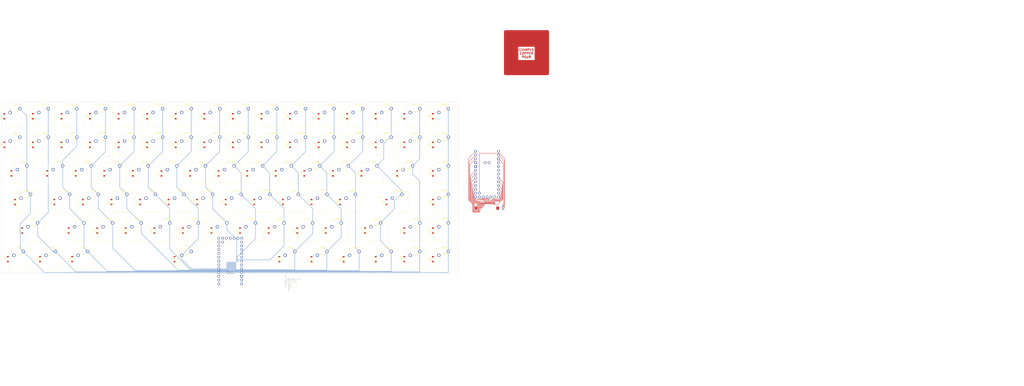
<source format=kicad_pcb>
(kicad_pcb (version 20211014) (generator pcbnew)
  (layers (0 "F.Cu" signal) (31 "B.Cu" signal) (34 "B.Paste" user) (35 "F.Paste" user) (36 "B.SilkS" user "B.Silkscreen") (37 "F.SilkS" user "F.Silkscreen") (38 "B.Mask" user) (39 "F.Mask" user) (44 "Edge.Cuts" user))
  (net 0 "")
  (net 1 "C13")
  (net 2 "C10")
  (net 3 "C12")
  (net 4 "C11")
  (net 5 "C2")
  (net 6 "C3")
  (net 7 "C4")
  (net 8 "C5")
  (net 9 "C6")
  (net 10 "C7")
  (net 11 "C8")
  (net 12 "C9")
  (net 13 "C15")
  (net 14 "C1")
  (net 15 "R1")
  (net 16 "Net-(D1-Pad2)")
  (net 17 "R2")
  (net 18 "Net-(D2-Pad2)")
  (net 19 "R3")
  (net 20 "Net-(D3-Pad2)")
  (net 21 "R4")
  (net 22 "R6")
  (net 23 "Net-(D6-Pad2)")
  (net 24 "R5")
  (net 25 "Net-(D8-Pad2)")
  (net 26 "Net-(D9-Pad2)")
  (net 27 "Net-(D10-Pad2)")
  (net 28 "Net-(D12-Pad2)")
  (net 29 "Net-(D14-Pad2)")
  (net 30 "Net-(D16-Pad2)")
  (net 31 "Net-(D18-Pad2)")
  (net 32 "Net-(D19-Pad2)")
  (net 33 "Net-(D20-Pad2)")
  (net 34 "Net-(D21-Pad2)")
  (net 35 "Net-(D22-Pad2)")
  (net 36 "Net-(D24-Pad2)")
  (net 37 "Net-(D27-Pad2)")
  (net 38 "Net-(D29-Pad2)")
  (net 39 "Net-(D30-Pad2)")
  (net 40 "Net-(D31-Pad2)")
  (net 41 "Net-(D32-Pad2)")
  (net 42 "Net-(D34-Pad2)")
  (net 43 "Net-(D35-Pad2)")
  (net 44 "Net-(D37-Pad2)")
  (net 45 "Net-(D38-Pad2)")
  (net 46 "Net-(D40-Pad2)")
  (net 47 "Net-(D41-Pad2)")
  (net 48 "Net-(D42-Pad2)")
  (net 49 "Net-(D43-Pad2)")
  (net 50 "Net-(D45-Pad2)")
  (net 51 "Net-(D46-Pad2)")
  (net 52 "Net-(D47-Pad2)")
  (net 53 "Net-(D48-Pad2)")
  (net 54 "Net-(D50-Pad2)")
  (net 55 "Net-(D51-Pad2)")
  (net 56 "Net-(D53-Pad2)")
  (net 57 "Net-(D55-Pad2)")
  (net 58 "Net-(D56-Pad2)")
  (net 59 "Net-(D58-Pad2)")
  (net 60 "Net-(D59-Pad2)")
  (net 61 "Net-(D61-Pad2)")
  (net 62 "Net-(D64-Pad2)")
  (net 63 "Net-(D65-Pad2)")
  (net 64 "Net-(D67-Pad2)")
  (net 65 "Net-(D69-Pad2)")
  (net 66 "Net-(D70-Pad2)")
  (net 67 "Net-(D71-Pad2)")
  (net 68 "Net-(D72-Pad2)")
  (net 69 "Net-(D73-Pad2)")
  (net 70 "Net-(D74-Pad2)")
  (net 71 "Net-(D75-Pad2)")
  (net 72 "Net-(D76-Pad2)")
  (net 73 "Net-(D77-Pad2)")
  (net 74 "Net-(D79-Pad2)")
  (net 75 "Net-(D80-Pad2)")
  (net 76 "Net-(D81-Pad2)")
  (net 77 "Net-(D82-Pad2)")
  (net 78 "Net-(D83-Pad2)")
  (net 79 "Net-(D84-Pad2)")
  (net 80 "Net-(D85-Pad2)")
  (net 81 "C16")
  (net 82 "C14")
  (net 83 "GP1")
  (net 84 "GP2")
  (net 85 "GND{slash}RGB-GND")
  (net 86 "5V{slash}RGB-Power")
  (net 87 "GP25{slash}RGB")
  (net 88 "GP10")
  (net 89 "GP0")
  (net 90 "GP3")
  (net 91 "GP4")
  (net 92 "GP5")
  (net 93 "GP6")
  (net 94 "GP7")
  (net 95 "GP8")
  (net 96 "GP9")
  (net 97 "GP12")
  (net 98 "GP13")
  (net 99 "GP14")
  (net 100 "GP15")
  (net 101 "GP16")
  (net 102 "GP21")
  (net 103 "GP23")
  (net 104 "GP20")
  (net 105 "GP22")
  (net 106 "GP26")
  (net 107 "GP27")
  (net 108 "Net-(D4-Pad2)")
  (net 109 "Net-(D5-Pad2)")
  (net 110 "Net-(D7-Pad2)")
  (net 111 "Net-(D11-Pad2)")
  (net 112 "Net-(D13-Pad2)")
  (net 113 "Net-(D15-Pad2)")
  (net 114 "Net-(D17-Pad2)")
  (net 115 "Net-(D23-Pad2)")
  (net 116 "Net-(D25-Pad2)")
  (net 117 "Net-(D26-Pad2)")
  (net 118 "Net-(D28-Pad2)")
  (net 119 "Net-(D33-Pad2)")
  (net 120 "Net-(D36-Pad2)")
  (net 121 "Net-(D39-Pad2)")
  (net 122 "Net-(D44-Pad2)")
  (net 123 "Net-(D49-Pad2)")
  (net 124 "Net-(D52-Pad2)")
  (net 125 "Net-(D54-Pad2)")
  (net 126 "Net-(D57-Pad2)")
  (net 127 "Net-(D60-Pad2)")
  (net 128 "Net-(D62-Pad2)")
  (net 129 "Net-(D63-Pad2)")
  (net 130 "Net-(D66-Pad2)")
  (net 131 "Net-(D68-Pad2)")
  (net 132 "Net-(D78-Pad2)")
  (net 135 "GP28")
  (net 136 "GP29")
  (net 139 "GP11")
  (footprint "Button_Switch_Keyboard:SW_Cherry_MX_1.00u_PCB" (layer "F.Cu") (at 95.885 110.49)
    (fp_text reference "SW16")
    (fp_text value "CherryMX")
  )
  (footprint "Diode_SMD:D_SOD-123" (layer "F.Cu") (at 80.8083 153.67 90)
    (fp_text reference "D14")
    (fp_text value "D_Small")
  )
  (footprint "Diode_SMD:D_SOD-123" (layer "F.Cu") (at 166.5279 134.62 90)
    (fp_text reference "D38")
    (fp_text value "D_Small")
  )
  (footprint "Diode_SMD:D_SOD-123" (layer "F.Cu") (at 247.4799 77.47 90)
    (fp_text reference "D61")
    (fp_text value "D_Small")
  )
  (footprint "Diode_SMD:D_SOD-123" (layer "F.Cu") (at 285.5829 172.72 90)
    (fp_text reference "D73")
    (fp_text value "D_Small")
  )
  (footprint "Button_Switch_Keyboard:SW_Cherry_MX_1.00u_PCB" (layer "F.Cu") (at 86.36 91.44)
    (fp_text reference "SW13")
    (fp_text value "CherryMX")
  )
  (footprint "Button_Switch_Keyboard:SW_Cherry_MX_1.00u_PCB" (layer "F.Cu") (at 314.96 167.64)
    (fp_text reference "SW79")
    (fp_text value "CherryMX")
  )
  (footprint "Diode_SMD:D_SOD-123" (layer "F.Cu") (at 261.7719 134.62 90)
    (fp_text reference "D65")
    (fp_text value "D_Small")
  )
  (footprint "Button_Switch_Keyboard:SW_Cherry_MX_1.00u_PCB" (layer "F.Cu") (at 148.2725 148.59)
    (fp_text reference "SW30")
    (fp_text value "CherryMX")
  )
  (footprint "Button_Switch_Keyboard:SW_Cherry_MX_1.00u_PCB" (layer "F.Cu") (at 162.56 91.44)
    (fp_text reference "SW34")
    (fp_text value "CherryMX")
  )
  (footprint "Diode_SMD:D_SOD-123" (layer "F.Cu") (at 147.4791 134.62 90)
    (fp_text reference "D32")
    (fp_text value "D_Small")
  )
  (footprint "Diode_SMD:D_SOD-123" (layer "F.Cu") (at 190.3335 77.47 90)
    (fp_text reference "D44")
    (fp_text value "D_Small")
  )
  (footprint "Diode_SMD:D_SOD-123" (layer "F.Cu") (at 142.7169 115.57 90)
    (fp_text reference "D31")
    (fp_text value "D_Small")
  )
  (footprint "Button_Switch_Keyboard:SW_Cherry_MX_1.00u_PCB" (layer "F.Cu") (at 253.0475 167.64)
    (fp_text reference "SW60")
    (fp_text value "CherryMX")
  )
  (footprint "Diode_SMD:D_SOD-123" (layer "F.Cu") (at 49.854 153.67 90)
    (fp_text reference "D6")
    (fp_text value "D_Small")
  )
  (footprint "Button_Switch_Keyboard:SW_Cherry_MX_1.00u_PCB" (layer "F.Cu") (at 67.31 72.39)
    (fp_text reference "SW7")
    (fp_text value "CherryMX")
  )
  (footprint "Button_Switch_Keyboard:SW_Cherry_MX_1.00u_PCB" (layer "F.Cu") (at 114.935 110.49)
    (fp_text reference "SW21")
    (fp_text value "CherryMX")
  )
  (footprint "Diode_SMD:D_SOD-123" (layer "F.Cu") (at 114.1383 77.47 90)
    (fp_text reference "D23")
    (fp_text value "D_Small")
  )
  (footprint "Button_Switch_Keyboard:SW_Cherry_MX_1.00u_PCB" (layer "F.Cu") (at 267.335 110.49)
    (fp_text reference "SW64")
    (fp_text value "CherryMX")
  )
  (footprint "Diode_SMD:D_SOD-123" (layer "F.Cu") (at 266.5287 77.47 90)
    (fp_text reference "D67")
    (fp_text value "D_Small")
  )
  (footprint "Diode_SMD:D_SOD-123" (layer "F.Cu") (at 278.4396 153.67 90)
    (fp_text reference "D70")
    (fp_text value "D_Small")
  )
  (footprint "Button_Switch_Keyboard:SW_Cherry_MX_1.25u_PCB" (layer "F.Cu") (at 274.47875 167.64)
    (fp_text reference "SW66")
    (fp_text value "CherryMX")
  )
  (footprint "Diode_SMD:D_SOD-123" (layer "F.Cu") (at 299.8695 115.57 90)
    (fp_text reference "D75")
    (fp_text value "D_Small")
  )
  (footprint "Diode_SMD:D_SOD-123" (layer "F.Cu") (at 157.0035 153.67 90)
    (fp_text reference "D36")
    (fp_text value "D_Small")
  )
  (footprint "Button_Switch_Keyboard:SW_Cherry_MX_1.00u_PCB" (layer "F.Cu") (at 334.01 148.59)
    (fp_text reference "SW84")
    (fp_text value "CherryMX")
  )
  (footprint "Diode_SMD:D_SOD-123" (layer "F.Cu") (at 195.1011 153.67 90)
    (fp_text reference "D46")
    (fp_text value "D_Small")
  )
  (footprint "Diode_SMD:D_SOD-123" (layer "F.Cu") (at 42.7107 115.57 90)
    (fp_text reference "D4")
    (fp_text value "D_Small")
  )
  (footprint "Button_Switch_Keyboard:SW_Cherry_MX_1.00u_PCB" (layer "F.Cu") (at 286.385 110.49)
    (fp_text reference "SW69")
    (fp_text value "CherryMX")
  )
  (footprint "Button_Switch_Keyboard:SW_Cherry_MX_1.00u_PCB" (layer "F.Cu") (at 205.4225 148.59)
    (fp_text reference "SW46")
    (fp_text value "CherryMX")
  )
  (footprint "Button_Switch_Keyboard:SW_Cherry_MX_1.00u_PCB" (layer "F.Cu") (at 48.26 72.39)
    (fp_text reference "SW1")
    (fp_text value "CherryMX")
  )
  (footprint "Button_Switch_Keyboard:SW_Cherry_MX_1.75u_PCB" (layer "F.Cu") (at 288.76625 148.59)
    (fp_text reference "SW70")
    (fp_text value "CherryMX")
  )
  (footprint "CherryMX:CherryMX_6.00u" (layer "F.Cu") (at 160.02 172.72)
    (fp_text reference "SW35")
    (fp_text value "CherryMX")
  )
  (footprint "Diode_SMD:D_SOD-123" (layer "F.Cu") (at 90.3327 134.62 90)
    (fp_text reference "D17")
    (fp_text value "D_Small")
  )
  (footprint "Diode_SMD:D_SOD-123" (layer "F.Cu") (at 61.7595 172.72 90)
    (fp_text reference "D9")
    (fp_text value "D_Small")
  )
  (footprint "Diode_SMD:D_SOD-123" (layer "F.Cu") (at 323.6805 96.52 90)
    (fp_text reference "D81")
    (fp_text value "D_Small")
  )
  (footprint "Button_Switch_Keyboard:SW_Cherry_MX_1.00u_PCB" (layer "F.Cu") (at 233.9975 129.54)
    (fp_text reference "SW54")
    (fp_text value "CherryMX")
  )
  (footprint "Diode_SMD:D_SOD-123" (layer "F.Cu") (at 118.9059 153.67 90)
    (fp_text reference "D25")
    (fp_text value "D_Small")
  )
  (footprint "Button_Switch_Keyboard:SW_Cherry_MX_1.00u_PCB" (layer "F.Cu") (at 334.01 129.54)
    (fp_text reference "SW83")
    (fp_text value "CherryMX")
  )
  (footprint "Button_Switch_Keyboard:SW_Cherry_MX_1.00u_PCB" (layer "F.Cu") (at 334.01 91.44)
    (fp_text reference "SW81")
    (fp_text value "CherryMX")
  )
  (footprint "Button_Switch_Keyboard:SW_Cherry_MX_1.00u_PCB" (layer "F.Cu") (at 86.36 72.39)
    (fp_text reference "SW12")
    (fp_text value "CherryMX")
  )
  (footprint "Button_Switch_Keyboard:SW_Cherry_MX_1.00u_PCB" (layer "F.Cu") (at 238.76 91.44)
    (fp_text reference "SW56")
    (fp_text value "CherryMX")
  )
  (footprint "Button_Switch_Keyboard:SW_Cherry_MX_1.00u_PCB" (layer "F.Cu") (at 81.5975 129.54)
    (fp_text reference "SW11")
    (fp_text value "CherryMX")
  )
  (footprint "Button_Switch_Keyboard:SW_Cherry_MX_1.00u_PCB" (layer "F.Cu") (at 272.0975 129.54)
    (fp_text reference "SW65")
    (fp_text value "CherryMX")
  )
  (footprint "Button_Switch_Keyboard:SW_Cherry_MX_1.00u_PCB" (layer "F.Cu") (at 162.56 72.39)
    (fp_text reference "SW33")
    (fp_text value "CherryMX")
  )
  (footprint "Button_Switch_Keyboard:SW_Cherry_MX_1.00u_PCB" (layer "F.Cu") (at 253.0475 129.54)
    (fp_text reference "SW59")
    (fp_text value "CherryMX")
  )
  (footprint "Button_Switch_Keyboard:SW_Cherry_MX_1.00u_PCB" (layer "F.Cu") (at 124.46 72.39)
    (fp_text reference "SW23")
    (fp_text value "CherryMX")
  )
  (footprint "Button_Switch_Keyboard:SW_Cherry_MX_1.00u_PCB" (layer "F.Cu") (at 172.085 110.49)
    (fp_text reference "SW37")
    (fp_text value "CherryMX")
  )
  (footprint "Button_Switch_Keyboard:SW_Cherry_MX_1.00u_PCB" (layer "F.Cu") (at 181.61 72.39)
    (fp_text reference "SW39")
    (fp_text value "CherryMX")
  )
  (footprint "Diode_SMD:D_SOD-123" (layer "F.Cu") (at 285.5829 96.52 90)
    (fp_text reference "D72")
    (fp_text value "D_Small")
  )
  (footprint "Diode_SMD:D_SOD-123" (layer "F.Cu") (at 85.5705 115.57 90)
    (fp_text reference "D16")
    (fp_text value "D_Small")
  )
  (footprint "Button_Switch_Keyboard:SW_Cherry_MX_1.00u_PCB" (layer "F.Cu") (at 91.1225 148.59)
    (fp_text reference "SW14")
    (fp_text value "CherryMX")
  )
  (footprint "Button_Switch_Keyboard:SW_Cherry_MX_1.00u_PCB" (layer "F.Cu") (at 110.1725 148.59)
    (fp_text reference "SW20")
    (fp_text value "CherryMX")
  )
  (footprint "Diode_SMD:D_SOD-123" (layer "F.Cu") (at 76.0407 77.47 90)
    (fp_text reference "D12")
    (fp_text value "D_Small")
  )
  (footprint "Diode_SMD:D_SOD-123" (layer "F.Cu") (at 304.6317 172.72 90)
    (fp_text reference "D79")
    (fp_text value "D_Small")
  )
  (footprint "Button_Switch_Keyboard:SW_Cherry_MX_1.00u_PCB" (layer "F.Cu") (at 105.41 91.44)
    (fp_text reference "SW19")
    (fp_text value "CherryMX")
  )
  (footprint "Diode_SMD:D_SOD-123" (layer "F.Cu") (at 180.8145 115.57 90)
    (fp_text reference "D42")
    (fp_text value "D_Small")
  )
  (footprint "Diode_SMD:D_SOD-123" (layer "F.Cu") (at 228.4311 77.47 90)
    (fp_text reference "D55")
    (fp_text value "D_Small")
  )
  (footprint "Button_Switch_Keyboard:SW_Cherry_MX_2.25u_PCB" (layer "F.Cu") (at 60.16625 148.59)
    (fp_text reference "SW6")
    (fp_text value "CherryMX")
  )
  (footprint "Button_Switch_Keyboard:SW_Cherry_MX_1.75u_PCB" (layer "F.Cu") (at 55.40375 129.54)
    (fp_text reference "SW5")
    (fp_text value "CherryMX")
  )
  (footprint "Diode_SMD:D_SOD-123" (layer "F.Cu") (at 214.1499 153.67 90)
    (fp_text reference "D51")
    (fp_text value "D_Small")
  )
  (footprint "Diode_SMD:D_SOD-123" (layer "F.Cu") (at 223.6743 134.62 90)
    (fp_text reference "D54")
    (fp_text value "D_Small")
  )
  (footprint "Button_Switch_Keyboard:SW_Cherry_MX_1.00u_PCB" (layer "F.Cu") (at 314.96 72.39)
    (fp_text reference "SW76")
    (fp_text value "CherryMX")
  )
  (footprint "Button_Switch_Keyboard:SW_Cherry_MX_1.00u_PCB" (layer "F.Cu") (at 67.31 91.44)
    (fp_text reference "SW8")
    (fp_text value "CherryMX")
  )
  (footprint "Diode_SMD:D_SOD-123" (layer "F.Cu") (at 152.2413 96.52 90)
    (fp_text reference "D35")
    (fp_text value "D_Small")
  )
  (footprint "Diode_SMD:D_SOD-123" (layer "F.Cu") (at 304.6263 77.47 90)
    (fp_text reference "D76")
    (fp_text value "D_Small")
  )
  (footprint "Button_Switch_Keyboard:SW_Cherry_MX_1.00u_PCB" (layer "F.Cu") (at 295.91 91.44)
    (fp_text reference "SW72")
    (fp_text value "CherryMX")
  )
  (footprint "Button_Switch_Keyboard:SW_Cherry_MX_1.25u_PCB" (layer "F.Cu") (at 50.64125 167.64)
    (fp_text reference "SW3")
    (fp_text value "CherryMX")
  )
  (footprint "Button_Switch_Keyboard:SW_Cherry_MX_1.50u_PCB" (layer "F.Cu") (at 310.1975 110.49)
    (fp_text reference "SW75")
    (fp_text value "CherryMX")
  )
  (footprint "Button_Switch_Keyboard:SW_Cherry_MX_1.00u_PCB" (layer "F.Cu") (at 257.81 72.39)
    (fp_text reference "SW61")
    (fp_text value "CherryMX")
  )
  (footprint "Diode_SMD:D_SOD-123" (layer "F.Cu") (at 37.9431 77.47 90)
    (fp_text reference "D1")
    (fp_text value "D_Small")
  )
  (footprint "Button_Switch_Keyboard:SW_Cherry_MX_1.00u_PCB" (layer "F.Cu") (at 124.46 91.44)
    (fp_text reference "SW24")
    (fp_text value "CherryMX")
  )
  (footprint "Button_Switch_Keyboard:SW_Cherry_MX_1.00u_PCB" (layer "F.Cu") (at 181.61 91.44)
    (fp_text reference "SW40")
    (fp_text value "CherryMX")
  )
  (footprint "Diode_SMD:D_SOD-123" (layer "F.Cu") (at 199.8633 115.57 90)
    (fp_text reference "D47")
    (fp_text value "D_Small")
  )
  (footprint "Diode_SMD:D_SOD-123" (layer "F.Cu") (at 171.2847 77.47 90)
    (fp_text reference "D39")
    (fp_text value "D_Small")
  )
  (footprint "Diode_SMD:D_SOD-123" (layer "F.Cu") (at 218.9121 115.57 90)
    (fp_text reference "D52")
    (fp_text value "D_Small")
  )
  (footprint "Button_Switch_Keyboard:SW_Cherry_MX_1.00u_PCB" (layer "F.Cu") (at 195.8975 129.54)
    (fp_text reference "SW43")
    (fp_text value "CherryMX")
  )
  (footprint "Diode_SMD:D_SOD-123" (layer "F.Cu") (at 123.6681 115.57 90)
    (fp_text reference "D26")
    (fp_text value "D_Small")
  )
  (footprint "Diode_SMD:D_SOD-123" (layer "F.Cu") (at 209.3877 96.52 90)
    (fp_text reference "D50")
    (fp_text value "D_Small")
  )
  (footprint "Button_Switch_Keyboard:SW_Cherry_MX_1.00u_PCB" (layer "F.Cu") (at 334.01 110.49)
    (fp_text reference "SW82")
    (fp_text value "CherryMX")
  )
  (footprint "Diode_SMD:D_SOD-123" (layer "F.Cu") (at 152.2359 77.47 90)
    (fp_text reference "D34")
    (fp_text value "D_Small")
  )
  (footprint "Diode_SMD:D_SOD-123" (layer "F.Cu") (at 276.0585 115.57 90)
    (fp_text reference "D69")
    (fp_text value "D_Small")
  )
  (footprint "Connector_FFC-FPC:Hirose_FH12-22S-0.5SH_1x22-1MP_P0.50mm_Horizontal" (layer "F.Cu") (at 359.7159 137.284)
    (fp_text reference "J1")
    (fp_text value "Conn_01x22_Male")
  )
  (footprint "0xCB-HeliosFootprint:helios" (layer "F.Cu") (at 359.791 117.2972)
    (fp_text reference "J4")
    (fp_text value "helios")
  )
  (footprint "Diode_SMD:D_SOD-123" (layer "F.Cu") (at 323.6751 77.47 90)
    (fp_text reference "D80")
    (fp_text value "D_Small")
  )
  (footprint "Diode_SMD:D_SOD-123" (layer "F.Cu") (at 95.0949 96.52 90)
    (fp_text reference "D19")
    (fp_text value "D_Small")
  )
  (footprint "Diode_SMD:D_SOD-123" (layer "F.Cu") (at 95.0895 77.47 90)
    (fp_text reference "D18")
    (fp_text value "D_Small")
  )
  (footprint "Diode_SMD:D_SOD-123" (layer "F.Cu") (at 161.7657 115.57 90)
    (fp_text reference "D37")
    (fp_text value "D_Small")
  )
  (footprint "Button_Switch_Keyboard:SW_Cherry_MX_1.00u_PCB" (layer "F.Cu") (at 105.41 72.39)
    (fp_text reference "SW18")
    (fp_text value "CherryMX")
  )
  (footprint "Button_Switch_Keyboard:SW_Cherry_MX_1.00u_PCB" (layer "F.Cu") (at 100.6475 129.54)
    (fp_text reference "SW17")
    (fp_text value "CherryMX")
  )
  (footprint "Connector_PinSocket_1.27mm:PinSocket_1x03_P1.27mm_Vertical" (layer "F.Cu") (at 370.3589 137.03)
    (fp_text reference "J3")
    (fp_text value "Conn_01x03_Male")
  )
  (footprint "Button_Switch_Keyboard:SW_Cherry_MX_1.00u_PCB" (layer "F.Cu") (at 334.01 167.64)
    (fp_text reference "SW85")
    (fp_text value "CherryMX")
  )
  (footprint "Button_Switch_Keyboard:SW_Cherry_MX_1.00u_PCB" (layer "F.Cu") (at 276.86 72.39)
    (fp_text reference "SW67")
    (fp_text value "CherryMX")
  )
  (footprint "Button_Switch_Keyboard:SW_Cherry_MX_1.00u_PCB" (layer "F.Cu") (at 224.4725 148.59)
    (fp_text reference "SW51")
    (fp_text value "CherryMX")
  )
  (footprint "Diode_SMD:D_SOD-123" (layer "F.Cu") (at 185.5767 134.62 90)
    (fp_text reference "D43")
    (fp_text value "D_Small")
  )
  (footprint "Diode_SMD:D_SOD-123" (layer "F.Cu") (at 285.5775 77.47 90)
    (fp_text reference "D71")
    (fp_text value "D_Small")
  )
  (footprint "Button_Switch_Keyboard:SW_Cherry_MX_1.00u_PCB" (layer "F.Cu") (at 157.7975 129.54)
    (fp_text reference "SW32")
    (fp_text value "CherryMX")
  )
  (footprint "Button_Switch_Keyboard:SW_Cherry_MX_1.00u_PCB" (layer "F.Cu") (at 257.81 91.44)
    (fp_text reference "SW62")
    (fp_text value "CherryMX")
  )
  (footprint "Diode_SMD:D_SOD-123" (layer "F.Cu") (at 71.2839 134.62 90)
    (fp_text reference "D11")
    (fp_text value "D_Small")
  )
  (footprint "Diode_SMD:D_SOD-123" (layer "F.Cu") (at 76.0461 96.52 90)
    (fp_text reference "D13")
    (fp_text value "D_Small")
  )
  (footprint "Button_Switch_Keyboard:SW_Cherry_MX_1.00u_PCB" (layer "F.Cu") (at 214.9475 129.54)
    (fp_text reference "SW48")
    (fp_text value "CherryMX")
  )
  (footprint "Diode_SMD:D_SOD-123" (layer "F.Cu") (at 40.3296 172.72 90)
    (fp_text reference "D3")
    (fp_text value "D_Small")
  )
  (footprint "Button_Switch_Keyboard:SW_Cherry_MX_1.00u_PCB" (layer "F.Cu") (at 229.235 110.49)
    (fp_text reference "SW52")
    (fp_text value "CherryMX")
  )
  (footprint "Diode_SMD:D_SOD-123" (layer "F.Cu") (at 171.2901 96.52 90)
    (fp_text reference "D40")
    (fp_text value "D_Small")
  )
  (footprint "Button_Switch_Keyboard:SW_Cherry_MX_1.50u_PCB" (layer "F.Cu") (at 53.0225 110.49)
    (fp_text reference "SW4")
    (fp_text value "CherryMX")
  )
  (footprint "Diode_SMD:D_SOD-123" (layer "F.Cu") (at 204.6255 134.62 90)
    (fp_text reference "D48")
    (fp_text value "D_Small")
  )
  (footprint "Diode_SMD:D_SOD-123" (layer "F.Cu") (at 114.1437 96.52 90)
    (fp_text reference "D24")
    (fp_text value "D_Small")
  )
  (footprint "Button_Switch_Keyboard:SW_Cherry_MX_1.25u_PCB" (layer "F.Cu") (at 93.50375 167.64)
    (fp_text reference "SW15")
    (fp_text value "CherryMX")
  )
  (footprint "Diode_SMD:D_SOD-123" (layer "F.Cu") (at 99.8571 153.67 90)
    (fp_text reference "D20")
    (fp_text value "D_Small")
  )
  (footprint "Diode_SMD:D_SOD-123" (layer "F.Cu") (at 128.4303 134.62 90)
    (fp_text reference "D27")
    (fp_text value "D_Small")
  )
  (footprint "Button_Switch_Keyboard:SW_Cherry_MX_1.25u_PCB" (layer "F.Cu") (at 231.61625 167.64)
    (fp_text reference "SW53")
    (fp_text value "CherryMX")
  )
  (footprint "Button_Switch_Keyboard:SW_Cherry_MX_1.00u_PCB" (layer "F.Cu") (at 219.71 91.44)
    (fp_text reference "SW50")
    (fp_text value "CherryMX")
  )
  (footprint "Diode_SMD:D_SOD-123" (layer "F.Cu") (at 237.9609 115.57 90)
    (fp_text reference "D58")
    (fp_text value "D_Small")
  )
  (footprint "Button_Switch_Keyboard:SW_Cherry_MX_1.00u_PCB" (layer "F.Cu") (at 143.51 72.39)
    (fp_text reference "SW28")
    (fp_text value "CherryMX")
  )
  (footprint "Diode_SMD:D_SOD-123" (layer "F.Cu") (at 137.9547 153.67 90)
    (fp_text reference "D30")
    (fp_text value "D_Small")
  )
  (footprint "Button_Switch_Keyboard:SW_Cherry_MX_1.00u_PCB" (layer "F.Cu") (at 243.5225 148.59)
    (fp_text reference "SW57")
    (fp_text value "CherryMX")
  )
  (footprint "Button_Switch_Keyboard:SW_Cherry_MX_1.00u_PCB" (layer "F.Cu") (at 314.96 148.59)
    (fp_text reference "SW78")
    (fp_text value "CherryMX")
  )
  (footprint "Diode_SMD:D_SOD-123" (layer "F.Cu") (at 323.6805 115.57 90)
    (fp_text reference "D82")
    (fp_text value "D_Small")
  )
  (footprint "Diode_SMD:D_SOD-123" (layer "F.Cu") (at 37.9485 96.52 90)
    (fp_text reference "D2")
    (fp_text value "D_Small")
  )
  (footprint "Diode_SMD:D_SOD-123" (layer "F.Cu") (at 104.6193 115.57 90)
    (fp_text reference "D21")
    (fp_text value "D_Small")
  )
  (footprint "Diode_SMD:D_SOD-123" (layer "F.Cu") (at 133.1871 77.47 90)
    (fp_text reference "D28")
    (fp_text value "D_Small")
  )
  (footprint "Diode_SMD:D_SOD-123" (layer "F.Cu") (at 257.0097 115.57 90)
    (fp_text reference "D64")
    (fp_text value "D_Small")
  )
  (footprint "Button_Switch_Keyboard:SW_Cherry_MX_1.00u_PCB" (layer "F.Cu") (at 295.91 167.64)
    (fp_text reference "SW73")
    (fp_text value "CherryMX")
  )
  (footprint "Diode_SMD:D_SOD-123" (layer "F.Cu") (at 151.4476 172.72 90)
    (fp_text reference "D33")
    (fp_text value "D_Small")
  )
  (footprint "Button_Switch_Keyboard:SW_Cherry_MX_1.00u_PCB" (layer "F.Cu") (at 153.035 110.49)
    (fp_text reference "SW31")
    (fp_text value "CherryMX")
  )
  (footprint "Button_Switch_Keyboard:SW_Cherry_MX_1.00u_PCB" (layer "F.Cu") (at 76.835 110.49)
    (fp_text reference "SW10")
    (fp_text value "CherryMX")
  )
  (footprint "Diode_SMD:D_SOD-123" (layer "F.Cu") (at 228.4365 96.52 90)
    (fp_text reference "D56")
    (fp_text value "D_Small")
  )
  (footprint "Button_Switch_Keyboard:SW_Cherry_MX_1.00u_PCB" (layer "F.Cu") (at 129.2225 148.59)
    (fp_text reference "SW25")
    (fp_text value "CherryMX")
  )
  (footprint "Diode_SMD:D_SOD-123" (layer "F.Cu") (at 233.1987 153.67 90)
    (fp_text reference "D57")
    (fp_text value "D_Small")
  )
  (footprint "Diode_SMD:D_SOD-123" (layer "F.Cu") (at 252.2475 153.67 90)
    (fp_text reference "D63")
    (fp_text value "D_Small")
  )
  (footprint "Button_Switch_Keyboard:SW_Cherry_MX_1.00u_PCB" (layer "F.Cu") (at 295.91 72.39)
    (fp_text reference "SW71")
    (fp_text value "CherryMX")
  )
  (footprint "Diode_SMD:D_SOD-123" (layer "F.Cu") (at 323.6805 134.62 90)
    (fp_text reference "D83")
    (fp_text value "D_Small")
  )
  (footprint "Diode_SMD:D_SOD-123" (layer "F.Cu") (at 266.5341 96.52 90)
    (fp_text reference "D68")
    (fp_text value "D_Small")
  )
  (footprint "Button_Switch_Keyboard:SW_Cherry_MX_1.00u_PCB" (layer "F.Cu") (at 48.26 91.44)
    (fp_text reference "SW2")
    (fp_text value "CherryMX")
  )
  (footprint "Diode_SMD:D_SOD-123" (layer "F.Cu") (at 323.6805 153.67 90)
    (fp_text reference "D84")
    (fp_text value "D_Small")
  )
  (footprint "Button_Switch_Keyboard:SW_Cherry_MX_1.00u_PCB" (layer "F.Cu") (at 176.8475 129.54)
    (fp_text reference "SW38")
    (fp_text value "CherryMX")
  )
  (footprint "Button_Switch_Keyboard:SW_Cherry_MX_1.00u_PCB" (layer "F.Cu") (at 191.135 110.49)
    (fp_text reference "SW42")
    (fp_text value "CherryMX")
  )
  (footprint "Button_Switch_Keyboard:SW_Cherry_MX_2.25u_PCB" (layer "F.Cu") (at 303.05375 129.54)
    (fp_text reference "SW74")
    (fp_text value "CherryMX")
  )
  (footprint "Button_Switch_Keyboard:SW_Cherry_MX_1.00u_PCB" (layer "F.Cu") (at 314.96 91.44)
    (fp_text reference "SW77")
    (fp_text value "CherryMX")
  )
  (footprint "Diode_SMD:D_SOD-123" (layer "F.Cu") (at 247.4853 96.52 90)
    (fp_text reference "D62")
    (fp_text value "D_Small")
  )
  (footprint "Diode_SMD:D_SOD-123" (layer "F.Cu") (at 190.3389 96.52 90)
    (fp_text reference "D45")
    (fp_text value "D_Small")
  )
  (footprint "Button_Switch_Keyboard:SW_Cherry_MX_1.00u_PCB" (layer "F.Cu") (at 262.5725 148.59)
    (fp_text reference "SW63")
    (fp_text value "CherryMX")
  )
  (footprint "Button_Switch_Keyboard:SW_Cherry_MX_1.00u_PCB" (layer "F.Cu") (at 334.01 72.39)
    (fp_text reference "SW80")
    (fp_text value "CherryMX")
  )
  (footprint "Diode_SMD:D_SOD-123" (layer "F.Cu") (at 264.153 172.72 90)
    (fp_text reference "D66")
    (fp_text value "D_Small")
  )
  (footprint "Diode_SMD:D_SOD-123" (layer "F.Cu") (at 66.5217 115.57 90)
    (fp_text reference "D10")
    (fp_text value "D_Small")
  )
  (footprint "Diode_SMD:D_SOD-123" (layer "F.Cu") (at 56.9973 96.52 90)
    (fp_text reference "D8")
    (fp_text value "D_Small")
  )
  (footprint "Diode_SMD:D_SOD-123" (layer "F.Cu") (at 109.3815 134.62 90)
    (fp_text reference "D22")
    (fp_text value "D_Small")
  )
  (footprint "Diode_SMD:D_SOD-123" (layer "F.Cu") (at 176.0523 153.67 90)
    (fp_text reference "D41")
    (fp_text value "D_Small")
  )
  (footprint "Diode_SMD:D_SOD-123" (layer "F.Cu") (at 133.1925 96.52 90)
    (fp_text reference "D29")
    (fp_text value "D_Small")
  )
  (footprint "Button_Switch_Keyboard:SW_Cherry_MX_1.00u_PCB" (layer "F.Cu") (at 186.3725 148.59)
    (fp_text reference "SW41")
    (fp_text value "CherryMX")
  )
  (footprint "Button_Switch_Keyboard:SW_Cherry_MX_1.00u_PCB" (layer "F.Cu") (at 276.86 91.44)
    (fp_text reference "SW68")
    (fp_text value "CherryMX")
  )
  (footprint "Diode_SMD:D_SOD-123" (layer "F.Cu") (at 304.6317 96.52 90)
    (fp_text reference "D77")
    (fp_text value "D_Small")
  )
  (footprint "Button_Switch_Keyboard:SW_Cherry_MX_1.00u_PCB" (layer "F.Cu") (at 200.66 91.44)
    (fp_text reference "SW45")
    (fp_text value "CherryMX")
  )
  (footprint "Button_Switch_Keyboard:SW_Cherry_MX_1.00u_PCB" (layer "F.Cu") (at 248.285 110.49)
    (fp_text reference "SW58")
    (fp_text value "CherryMX")
  )
  (footprint "Button_Switch_Keyboard:SW_Cherry_MX_1.00u_PCB" (layer "F.Cu") (at 119.6975 129.54)
    (fp_text reference "SW22")
    (fp_text value "CherryMX")
  )
  (footprint "Diode_SMD:D_SOD-123" (layer "F.Cu") (at 304.6317 153.67 90)
    (fp_text reference "D78")
    (fp_text value "D_Small")
  )
  (footprint "Diode_SMD:D_SOD-123" (layer "F.Cu") (at 83.1894 172.72 90)
    (fp_text reference "D15")
    (fp_text value "D_Small")
  )
  (footprint "Button_Switch_Keyboard:SW_Cherry_MX_1.00u_PCB" (layer "F.Cu") (at 133.985 110.49)
    (fp_text reference "SW26")
    (fp_text value "CherryMX")
  )
  (footprint "Button_Switch_Keyboard:SW_Cherry_MX_1.00u_PCB" (layer "F.Cu") (at 210.185 110.49)
    (fp_text reference "SW47")
    (fp_text value "CherryMX")
  )
  (footprint "Button_Switch_Keyboard:SW_Cherry_MX_1.00u_PCB" (layer "F.Cu") (at 167.3225 148.59)
    (fp_text reference "SW36")
    (fp_text value "CherryMX")
  )
  (footprint "Diode_SMD:D_SOD-123" (layer "F.Cu") (at 242.7231 134.62 90)
    (fp_text reference "D59")
    (fp_text value "D_Small")
  )
  (footprint "Button_Switch_Keyboard:SW_Cherry_MX_1.00u_PCB" (layer "F.Cu") (at 138.7475 129.54)
    (fp_text reference "SW27")
    (fp_text value "CherryMX")
  )
  (footprint "Diode_SMD:D_SOD-123" (layer "F.Cu") (at 221.2932 172.72 90)
    (fp_text reference "D53")
    (fp_text value "D_Small")
  )
  (footprint "Diode_SMD:D_SOD-123" (layer "F.Cu") (at 323.6805 172.72 90)
    (fp_text reference "D85")
    (fp_text value "D_Small")
  )
  (footprint "Button_Switch_Keyboard:SW_Cherry_MX_1.00u_PCB" (layer "F.Cu") (at 238.76 72.39)
    (fp_text reference "SW55")
    (fp_text value "CherryMX")
  )
  (footprint "Diode_SMD:D_SOD-123" (layer "F.Cu") (at 45.0918 134.62 90)
    (fp_text reference "D5")
    (fp_text value "D_Small")
  )
  (footprint "Diode_SMD:D_SOD-123" (layer "F.Cu") (at 209.3823 77.47 90)
    (fp_text reference "D49")
    (fp_text value "D_Small")
  )
  (footprint "Button_Switch_Keyboard:SW_Cherry_MX_1.00u_PCB" (layer "F.Cu") (at 72.0725 167.64)
    (fp_text reference "SW9")
    (fp_text value "CherryMX")
  )
  (footprint "Diode_SMD:D_SOD-123" (layer "F.Cu") (at 242.7231 172.72 90)
    (fp_text reference "D60")
    (fp_text value "D_Small")
  )
  (footprint "Button_Switch_Keyboard:SW_Cherry_MX_1.00u_PCB" (layer "F.Cu") (at 200.66 72.39)
    (fp_text reference "SW44")
    (fp_text value "CherryMX")
  )
  (footprint "Diode_SMD:D_SOD-123" (layer "F.Cu") (at 56.9919 77.47 90)
    (fp_text reference "D7")
    (fp_text value "D_Small")
  )
  (footprint "Diode_SMD:D_SOD-123" (layer "F.Cu") (at 292.7262 134.62 90)
    (fp_text reference "D74")
    (fp_text value "D_Small")
  )
  (footprint "Button_Switch_Keyboard:SW_Cherry_MX_1.00u_PCB" (layer "F.Cu") (at 219.71 72.39)
    (fp_text reference "SW49")
    (fp_text value "CherryMX")
  )
  (footprint "Button_Switch_Keyboard:SW_Cherry_MX_1.00u_PCB" (layer "F.Cu") (at 143.51 91.44)
    (fp_text reference "SW29")
    (fp_text value "CherryMX")
  )
  (footprint "0xCB-HeliosFootprint:helios" (layer "B.Cu") (at 188.595 172.7352)
    (fp_text reference "J2")
    (fp_text value "Conn_01x22_Female")
  )
  (gr_rect (start 227.47625 175.22) (end 230.67625 178.02) (layer "Edge.Cuts") (width 0.1) (fill none))
  (gr_rect (start 36.2038 67.9519) (end 340.9838 182.2419) (layer "Edge.Cuts") (width 0.1) (fill none))
  (gr_line (start 229.07625 175.22) (end 229.07625 172.72) (layer "Edge.Cuts") (width 0.1))
  (gr_rect (start 229.5438 188.6019) (end 232.7438 191.4019) (layer "Edge.Cuts") (width 0.1) (fill none))
  (gr_line (start 231.1438 188.6019) (end 231.1438 186.1019) (layer "Edge.Cuts") (width 0.1))
  (gr_text "EXAMPLE\nCOPPER\nPOUR" (at 386.08 35.56) (layer "F.Cu") (effects (font (size 1.5 1.5) (thickness 0.3))))
  (gr_text "./>" (at 241.046 150.368) (layer "F.SilkS") (effects (font (size 1 1))))
  (gr_text "U" (at 188.722 112.268) (layer "F.SilkS") (effects (font (size 1 1))))
  (gr_text "I" (at 207.772 112.268) (layer "F.SilkS") (effects (font (size 1 1))))
  (gr_text "R" (at 131.572 112.268) (layer "F.SilkS") (effects (font (size 1 1))))
  (gr_text "End" (at 331.47 150.368) (layer "F.SilkS") (effects (font (size 1 1))))
  (gr_text "esc" (at 364.744 131.318) (layer "F.SilkS") (effects (font (size 1 1))))
  (gr_text "D" (at 117.094 131.318) (layer "F.SilkS") (effects (font (size 1 1))))
  (gr_text "F2" (at 83.82 74.168) (layer "F.SilkS") (effects (font (size 1 1))))
  (gr_text "9/(" (at 217.17 93.218) (layer "F.SilkS") (effects (font (size 1 1))))
  (gr_text "F10" (at 236.22 74.168) (layer "F.SilkS") (effects (font (size 1 1))))
  (gr_text "Tab" (at 50.546 112.268) (layer "F.SilkS") (effects (font (size 1 1))))
  (gr_text "K" (at 212.344 131.318) (layer "F.SilkS") (effects (font (size 1 1))))
  (gr_text "Esc" (at 45.72 74.168) (layer "F.SilkS") (effects (font (size 1 1))))
  (gr_text "Home" (at 331.47 93.218) (layer "F.SilkS") (effects (font (size 1 1))))
  (gr_text "V" (at 145.796 150.368) (layer "F.SilkS") (effects (font (size 1 1))))
  (gr_text "A" (at 78.994 131.318) (layer "F.SilkS") (effects (font (size 1 1))))
  (gr_text "Right" (at 331.47 169.418) (layer "F.SilkS") (effects (font (size 1 1))))
  (gr_text "Z" (at 88.646 150.368) (layer "F.SilkS") (effects (font (size 1 1))))
  (gr_text ";/:" (at 250.444 131.318) (layer "F.SilkS") (effects (font (size 1 1))))
  (gr_text "PrtSc" (at 293.37 74.168) (layer "F.SilkS") (effects (font (size 1 1))))
  (gr_text "W" (at 93.472 112.268) (layer "F.SilkS") (effects (font (size 1 1))))
  (gr_text "3/#" (at 102.87 93.218) (layer "F.SilkS") (effects (font (size 1 1))))
  (gr_text "=/+" (at 274.32 93.218) (layer "F.SilkS") (effects (font (size 1 1))))
  (gr_text "2/@" (at 83.82 93.218) (layer "F.SilkS") (effects (font (size 1 1))))
  (gr_text "esc" (at 307.594 131.318) (layer "F.SilkS") (effects (font (size 1 1))))
  (gr_text "Del" (at 331.47 74.168) (layer "F.SilkS") (effects (font (size 1 1))))
  (gr_text "esc" (at 326.644 131.318) (layer "F.SilkS") (effects (font (size 1 1))))
  (gr_text "7/&" (at 179.07 93.218) (layer "F.SilkS") (effects (font (size 1 1))))
  (gr_text "F5" (at 140.97 74.168) (layer "F.SilkS") (effects (font (size 1 1))))
  (gr_text "Alt" (at 90.932 169.418) (layer "F.SilkS") (effects (font (size 1 1))))
  (gr_text "Fn" (at 271.78 169.418) (layer "F.SilkS") (effects (font (size 1 1))))
  (gr_text "Enter" (at 300.482 131.318) (layer "F.SilkS") (effects (font (size 1 1))))
  (gr_text "H" (at 174.244 131.318) (layer "F.SilkS") (effects (font (size 1 1))))
  (gr_text "Shift" (at 286.258 150.368) (layer "F.SilkS") (effects (font (size 1 1))))
  (gr_text "Shift" (at 57.658 150.368) (layer "F.SilkS") (effects (font (size 1 1))))
  (gr_text "'/{dblquote}" (at 269.494 131.318) (layer "F.SilkS") (effects (font (size 1 1))))
  (gr_text "C" (at 126.746 150.368) (layer "F.SilkS") (effects (font (size 1 1))))
  (gr_text "Caps" (at 52.832 131.318) (layer "F.SilkS") (effects (font (size 1 1))))
  (gr_text "Back" (at 307.594 112.268) (layer "F.SilkS") (effects (font (size 1 1))))
  (gr_text "4/$" (at 121.92 93.218) (layer "F.SilkS") (effects (font (size 1 1))))
  (gr_text "X" (at 107.696 150.368) (layer "F.SilkS") (effects (font (size 1 1))))
  (gr_text "//?" (at 260.096 150.368) (layer "F.SilkS") (effects (font (size 1 1))))
  (gr_text "L" (at 231.394 131.318) (layer "F.SilkS") (effects (font (size 1 1))))
  (gr_text "F1" (at 64.77 74.168) (layer "F.SilkS") (effects (font (size 1 1))))
  (gr_text "6/^" (at 160.02 93.218) (layer "F.SilkS") (effects (font (size 1 1))))
  (gr_text "Space" (at 160.02 169.418) (layer "F.SilkS") (effects (font (size 1 1))))
  (gr_text ",/<" (at 221.996 150.368) (layer "F.SilkS") (effects (font (size 1 1))))
  (gr_text "5/%" (at 140.97 93.218) (layer "F.SilkS") (effects (font (size 1 1))))
  (gr_text "PgDn" (at 331.47 131.318) (layer "F.SilkS") (effects (font (size 1 1))))
  (gr_text "Ctrl" (at 48.006 169.418) (layer "F.SilkS") (effects (font (size 1 1))))
  (gr_text "F9" (at 217.17 74.168) (layer "F.SilkS") (effects (font (size 1 1))))
  (gr_text "M" (at 202.946 150.368) (layer "F.SilkS") (effects (font (size 1 1))))
  (gr_text "Q" (at 74.422 112.268) (layer "F.SilkS") (effects (font (size 1 1))))
  (gr_text "S" (at 98.044 131.318) (layer "F.SilkS") (effects (font (size 1 1))))
  (gr_text "Y" (at 169.672 112.268) (layer "F.SilkS") (effects (font (size 1 1))))
  (gr_text "1" (at 64.77 93.218) (layer "F.SilkS") (effects (font (size 1 1))))
  (gr_text "-/_" (at 255.27 93.218) (layer "F.SilkS") (effects (font (size 1 1))))
  (gr_text "esc" (at 322.072 112.268) (layer "F.SilkS") (effects (font (size 1 1))))
  (gr_text "[/{" (at 264.922 112.268) (layer "F.SilkS") (effects (font (size 1 1))))
  (gr_text "Super" (at 69.596 169.418) (layer "F.SilkS") (effects (font (size 1 1))))
  (gr_text "PgUp" (at 331.47 112.268) (layer "F.SilkS") (effects (font (size 1 1))))
  (gr_text "E" (at 112.522 112.268) (layer "F.SilkS") (effects (font (size 1 1))))
  (gr_text "F8" (at 198.12 74.168) (layer "F.SilkS") (effects (font (size 1 1))))
  (gr_text "Down" (at 312.42 169.418) (layer "F.SilkS") (effects (font (size 1 1))))
  (gr_text "Super" (at 250.444 169.418) (layer "F.SilkS") (effects (font (size 1 1))))
  (gr_text "Left" (at 293.37 169.418) (layer "F.SilkS") (effects (font (size 1 1))))
  (gr_text "Alt" (at 229.108 169.418) (layer "F.SilkS") (effects (font (size 1 1))))
  (gr_text "G" (at 155.194 131.318) (layer "F.SilkS") (effects (font (size 1 1))))
  (gr_text "Up" (at 312.42 150.368) (layer "F.SilkS") (effects (font (size 1 1))))
  (gr_text "Pause" (at 312.42 74.168) (layer "F.SilkS") (effects (font (size 1 1))))
  (gr_text "`/~" (at 45.72 93.218) (layer "F.SilkS") (effects (font (size 1 1))))
  (gr_text "8/*" (at 198.12 93.218) (layer "F.SilkS") (effects (font (size 1 1))))
  (gr_text "Macro" (at 293.37 93.218) (layer "F.SilkS") (effects (font (size 1 1))))
  (gr_text "F4" (at 121.92 74.168) (layer "F.SilkS") (effects (font (size 1 1))))
  (gr_text "esc" (at 245.872 112.268) (layer "F.SilkS") (effects (font (size 1 1))))
  (gr_text "esc" (at 288.544 131.318) (layer "F.SilkS") (effects (font (size 1 1))))
  (gr_text "O" (at 226.822 112.268) (layer "F.SilkS") (effects (font (size 1 1))))
  (gr_text "esc" (at 303.022 112.268) (layer "F.SilkS") (effects (font (size 1 1))))
  (gr_text "F" (at 136.144 131.318) (layer "F.SilkS") (effects (font (size 1 1))))
  (gr_text "]/}" (at 283.972 112.268) (layer "F.SilkS") (effects (font (size 1 1))))
  (gr_text "F11" (at 255.27 74.168) (layer "F.SilkS") (effects (font (size 1 1))))
  (gr_text "N" (at 183.896 150.368) (layer "F.SilkS") (effects (font (size 1 1))))
  (gr_text "J" (at 193.294 131.318) (layer "F.SilkS") (effects (font (size 1 1))))
  (gr_text "Macro" (at 312.42 93.218) (layer "F.SilkS") (effects (font (size 1 1))))
  (gr_text "F7" (at 179.07 74.168) (layer "F.SilkS") (effects (font (size 1 1))))
  (gr_text "F12" (at 274.32 74.168) (layer "F.SilkS") (effects (font (size 1 1))))
  (gr_text "F6" (at 160.02 74.168) (layer "F.SilkS") (effects (font (size 1 1))))
  (gr_text "0/)" (at 236.22 93.218) (layer "F.SilkS") (effects (font (size 1 1))))
  (gr_text "B" (at 164.846 150.368) (layer "F.SilkS") (effects (font (size 1 1))))
  (gr_text "T" (at 150.622 112.268) (layer "F.SilkS") (effects (font (size 1 1))))
  (gr_text "F3" (at 102.87 74.168) (layer "F.SilkS") (effects (font (size 1 1))))
  (dimension (type aligned) (layer "Edge.Cuts") (pts (xy 229.5438 191.4019) (xy 229.5438 188.6019)) (height -0.7) (gr_text "2.8000 mm" (at 227.6938 190.0019 90) (layer "Edge.Cuts") (effects (font (size 1 1) (thickness 0.15)))) (format (units 3) (units_format 1) (precision 4)) (style (thickness 0.1) (arrow_length 1.27) (text_position_mode 0) (extension_height 0.58642) (extension_offset 0.5) keep_text_aligned))
  (dimension (type aligned) (layer "Edge.Cuts") (pts (xy 231.1438 188.6019) (xy 231.1438 186.1019)) (height -4.5) (gr_text "2.5000 mm" (at 225.4938 187.3519 90) (layer "Edge.Cuts") (effects (font (size 1 1) (thickness 0.15)))) (format (units 3) (units_format 1) (precision 4)) (style (thickness 0.1) (arrow_length 1.27) (text_position_mode 0) (extension_height 0.58642) (extension_offset 0.5) keep_text_aligned))
  (dimension (type aligned) (layer "Edge.Cuts") (pts (xy 229.5438 188.6019) (xy 232.7438 188.6019)) (height -1.3) (gr_text "3.2000 mm" (at 231.1438 186.1519) (layer "Edge.Cuts") (effects (font (size 1 1) (thickness 0.15)))) (format (units 3) (units_format 1) (precision 4)) (style (thickness 0.1) (arrow_length 1.27) (text_position_mode 0) (extension_height 0.58642) (extension_offset 0.5) keep_text_aligned))
  (segment (start 191.345 180.4419) (end 191.345 174.5852) (width 0.2) (layer "B.Cu") (net 1))
  (segment (start 272.0975 129.54) (end 272.0975 115.2525) (width 0.2) (layer "B.Cu") (net 1))
  (segment (start 274.47875 167.64) (end 274.47875 180.4419) (width 0.2) (layer "B.Cu") (net 1))
  (segment (start 276.86 100.965) (end 276.86 91.44) (width 0.2) (layer "B.Cu") (net 1))
  (segment (start 274.47875 180.4419) (end 191.345 180.4419) (width 0.2) (layer "B.Cu") (net 1))
  (segment (start 272.0975 115.2525) (end 267.335 110.49) (width 0.2) (layer "B.Cu") (net 1))
  (segment (start 267.335 110.49) (end 276.86 100.965) (width 0.2) (layer "B.Cu") (net 1))
  (segment (start 272.0975 165.25875) (end 274.47875 167.64) (width 0.2) (layer "B.Cu") (net 1))
  (segment (start 276.86 91.44) (end 276.86 72.39) (width 0.2) (layer "B.Cu") (net 1))
  (segment (start 272.0975 129.54) (end 272.0975 165.25875) (width 0.2) (layer "B.Cu") (net 1))
  (segment (start 205.4225 148.59) (end 205.4225 139.065) (width 0.2) (layer "B.Cu") (net 2))
  (segment (start 205.4225 159.0577) (end 205.4225 148.59) (width 0.2) (layer "B.Cu") (net 2))
  (segment (start 200.66 100.965) (end 200.66 91.44) (width 0.2) (layer "B.Cu") (net 2))
  (segment (start 205.4225 139.065) (end 195.8975 129.54) (width 0.2) (layer "B.Cu") (net 2))
  (segment (start 195.8975 115.2525) (end 191.135 110.49) (width 0.2) (layer "B.Cu") (net 2))
  (segment (start 193.345 171.1352) (end 205.4225 159.0577) (width 0.2) (layer "B.Cu") (net 2))
  (segment (start 200.66 91.44) (end 200.66 72.39) (width 0.2) (layer "B.Cu") (net 2))
  (segment (start 195.8975 129.54) (end 195.8975 115.2525) (width 0.2) (layer "B.Cu") (net 2))
  (segment (start 193.345 174.5852) (end 193.345 171.1352) (width 0.2) (layer "B.Cu") (net 2))
  (segment (start 191.135 110.49) (end 200.66 100.965) (width 0.2) (layer "B.Cu") (net 2))
  (segment (start 248.285 110.49) (end 257.81 100.965) (width 0.2) (layer "B.Cu") (net 3))
  (segment (start 191.845 180.0419) (end 191.845 174.5852) (width 0.2) (layer "B.Cu") (net 3))
  (segment (start 262.5725 139.065) (end 253.0475 129.54) (width 0.2) (layer "B.Cu") (net 3))
  (segment (start 238.76 100.965) (end 238.76 91.44) (width 0.2) (layer "B.Cu") (net 3))
  (segment (start 231.61625 167.64) (end 231.61625 179.6419) (width 0.2) (layer "B.Cu") (net 3))
  (segment (start 238.76 91.44) (end 238.76 72.39) (width 0.2) (layer "B.Cu") (net 3))
  (segment (start 233.9975 129.54) (end 233.9975 115.2525) (width 0.2) (layer "B.Cu") (net 3))
  (segment (start 253.0475 167.64) (end 253.0475 180.0419) (width 0.2) (layer "B.Cu") (net 3))
  (segment (start 243.5225 155.73375) (end 231.61625 167.64) (width 0.2) (layer "B.Cu") (net 3))
  (segment (start 231.61625 179.6419) (end 192.345 179.6419) (width 0.2) (layer "B.Cu") (net 3))
  (segment (start 243.5225 139.065) (end 233.9975 129.54) (width 0.2) (layer "B.Cu") (net 3))
  (segment (start 243.5225 148.59) (end 243.5225 155.73375) (width 0.2) (layer "B.Cu") (net 3))
  (segment (start 257.81 100.965) (end 257.81 91.44) (width 0.2) (layer "B.Cu") (net 3))
  (segment (start 229.235 110.49) (end 238.76 100.965) (width 0.2) (layer "B.Cu") (net 3))
  (segment (start 253.0475 167.64) (end 262.5725 158.115) (width 0.2) (layer "B.Cu") (net 3))
  (segment (start 192.345 179.6419) (end 192.345 174.5852) (width 0.2) (layer "B.Cu") (net 3))
  (segment (start 253.0475 129.54) (end 253.0475 115.2525) (width 0.2) (layer "B.Cu") (net 3))
  (segment (start 233.9975 115.2525) (end 229.235 110.49) (width 0.2) (layer "B.Cu") (net 3))
  (segment (start 243.5225 148.59) (end 243.5225 139.065) (width 0.2) (layer "B.Cu") (net 3))
  (segment (start 253.0475 180.0419) (end 191.845 180.0419) (width 0.2) (layer "B.Cu") (net 3))
  (segment (start 257.81 91.44) (end 257.81 72.39) (width 0.2) (layer "B.Cu") (net 3))
  (segment (start 262.5725 148.59) (end 262.5725 139.065) (width 0.2) (layer "B.Cu") (net 3))
  (segment (start 253.0475 115.2525) (end 248.285 110.49) (width 0.2) (layer "B.Cu") (net 3))
  (segment (start 262.5725 158.115) (end 262.5725 148.59) (width 0.2) (layer "B.Cu") (net 3))
  (segment (start 105.41 100.965) (end 95.885 110.49) (width 0.2) (layer "B.Cu") (net 7))
  (segment (start 187.845 180.4419) (end 187.845 174.5852) (width 0.2) (layer "B.Cu") (net 7))
  (segment (start 105.41 91.44) (end 105.41 100.965) (width 0.2) (layer "B.Cu") (net 7))
  (segment (start 110.1725 148.59) (end 110.1725 165.2905) (width 0.2) (layer "B.Cu") (net 7))
  (segment (start 105.41 72.39) (end 105.41 91.44) (width 0.2) (layer "B.Cu") (net 7))
  (segment (start 100.6475 139.065) (end 110.1725 148.59) (width 0.2) (layer "B.Cu") (net 7))
  (segment (start 100.6475 129.54) (end 100.6475 139.065) (width 0.2) (layer "B.Cu") (net 7))
  (segment (start 110.1725 165.2905) (end 125.3239 180.4419) (width 0.2) (layer "B.Cu") (net 7))
  (segment (start 125.3239 180.4419) (end 187.845 180.4419) (width 0.2) (layer "B.Cu") (net 7))
  (segment (start 95.885 124.7775) (end 100.6475 129.54) (width 0.2) (layer "B.Cu") (net 7))
  (segment (start 95.885 110.49) (end 95.885 124.7775) (width 0.2) (layer "B.Cu") (net 7))
  (segment (start 133.985 124.7775) (end 138.7475 129.54) (width 0.2) (layer "B.Cu") (net 10))
  (segment (start 162.7319 179.2419) (end 156.21 172.72) (width 0.2) (layer "B.Cu") (net 10))
  (segment (start 186.345 179.2419) (end 162.7319 179.2419) (width 0.2) (layer "B.Cu") (net 10))
  (segment (start 167.3225 159.0675) (end 156.21 170.18) (width 0.2) (layer "B.Cu") (net 10))
  (segment (start 133.985 110.49) (end 143.51 100.965) (width 0.2) (layer "B.Cu") (net 10))
  (segment (start 124.46 100.965) (end 114.935 110.49) (width 0.2) (layer "B.Cu") (net 10))
  (segment (start 153.035 110.49) (end 153.035 124.7775) (width 0.2) (layer "B.Cu") (net 10))
  (segment (start 162.56 91.44) (end 162.56 100.965) (width 0.2) (layer "B.Cu") (net 10))
  (segment (start 133.985 110.49) (end 133.985 124.7775) (width 0.2) (layer "B.Cu") (net 10))
  (segment (start 153.7529 180.0419) (end 187.345 180.0419) (width 0.2) (layer "B.Cu") (net 10))
  (segment (start 167.3225 139.065) (end 157.7975 129.54) (width 0.2) (layer "B.Cu") (net 10))
  (segment (start 167.3225 148.59) (end 167.3225 159.0675) (width 0.2) (layer "B.Cu") (net 10))
  (segment (start 114.935 110.49) (end 114.935 124.7775) (width 0.2) (layer "B.Cu") (net 10))
  (segment (start 162.56 100.965) (end 153.035 110.49) (width 0.2) (layer "B.Cu") (net 10))
  (segment (start 148.2725 148.59) (end 148.2725 139.065) (width 0.2) (layer "B.Cu") (net 10))
  (segment (start 186.845 174.5852) (end 186.845 179.6419) (width 0.2) (layer "B.Cu") (net 10))
  (segment (start 143.51 91.44) (end 143.51 72.39) (width 0.2) (layer "B.Cu") (net 10))
  (segment (start 153.035 124.7775) (end 157.7975 129.54) (width 0.2) (layer "B.Cu") (net 10))
  (segment (start 119.6975 139.065) (end 129.2225 148.59) (width 0.2) (layer "B.Cu") (net 10))
  (segment (start 129.2225 148.59) (end 129.2225 155.5115) (width 0.2) (layer "B.Cu") (net 10))
  (segment (start 186.345 174.5852) (end 186.345 179.2419) (width 0.2) (layer "B.Cu") (net 10))
  (segment (start 148.2725 139.065) (end 138.7475 129.54) (width 0.2) (layer "B.Cu") (net 10))
  (segment (start 148.2725 166.0525) (end 148.2725 148.59) (width 0.2) (layer "B.Cu") (net 10))
  (segment (start 114.935 124.7775) (end 119.6975 129.54) (width 0.2) (layer "B.Cu") (net 10))
  (segment (start 167.3225 148.59) (end 167.3225 139.065) (width 0.2) (layer "B.Cu") (net 10))
  (segment (start 156.21 172.72) (end 156.21 170.18) (width 0.2) (layer "B.Cu") (net 10))
  (segment (start 124.46 72.39) (end 124.46 91.44) (width 0.2) (layer "B.Cu") (net 10))
  (segment (start 143.51 100.965) (end 143.51 91.44) (width 0.2) (layer "B.Cu") (net 10))
  (segment (start 129.2225 155.5115) (end 153.7529 180.0419) (width 0.2) (layer "B.Cu") (net 10))
  (segment (start 187.345 180.0419) (end 187.345 174.5852) (width 0.2) (layer "B.Cu") (net 10))
  (segment (start 119.6975 129.54) (end 119.6975 139.065) (width 0.2) (layer "B.Cu") (net 10))
  (segment (start 162.56 91.44) (end 162.56 72.39) (width 0.2) (layer "B.Cu") (net 10))
  (segment (start 124.46 91.44) (end 124.46 100.965) (width 0.2) (layer "B.Cu") (net 10))
  (segment (start 161.8619 179.6419) (end 148.2725 166.0525) (width 0.2) (layer "B.Cu") (net 10))
  (segment (start 186.845 179.6419) (end 161.8619 179.6419) (width 0.2) (layer "B.Cu") (net 10))
  (segment (start 181.61 100.965) (end 172.085 110.49) (width 0.2) (layer "B.Cu") (net 11))
  (segment (start 172.085 124.7775) (end 176.8475 129.54) (width 0.2) (layer "B.Cu") (net 11))
  (segment (start 186.3725 153.0985) (end 192.845 159.571) (width 0.2) (layer "B.Cu") (net 11))
  (segment (start 186.3725 148.59) (end 176.8475 139.065) (width 0.2) (layer "B.Cu") (net 11))
  (segment (start 192.845 159.571) (end 192.845 174.5852) (width 0.2) (layer "B.Cu") (net 11))
  (segment (start 181.61 91.44) (end 181.61 72.39) (width 0.2) (layer "B.Cu") (net 11))
  (segment (start 172.085 110.49) (end 172.085 124.7775) (width 0.2) (layer "B.Cu") (net 11))
  (segment (start 186.3725 148.59) (end 186.3725 153.0985) (width 0.2) (layer "B.Cu") (net 11))
  (segment (start 181.61 91.44) (end 181.61 100.965) (width 0.2) (layer "B.Cu") (net 11))
  (segment (start 176.8475 139.065) (end 176.8475 129.54) (width 0.2) (layer "B.Cu") (net 11))
  (segment (start 219.71 91.44) (end 219.71 72.39) (width 0.2) (layer "B.Cu") (net 12))
  (segment (start 219.71 100.965) (end 219.71 91.44) (width 0.2) (layer "B.Cu") (net 12))
  (segment (start 224.4725 139.065) (end 214.9475 129.54) (width 0.2) (layer "B.Cu") (net 12))
  (segment (start 210.185 110.49) (end 219.71 100.965) (width 0.2) (layer "B.Cu") (net 12))
  (segment (start 193.845 173.228) (end 215.138 173.228) (width 0.2) (layer "B.Cu") (net 12))
  (segment (start 214.9475 115.2525) (end 210.185 110.49) (width 0.2) (layer "B.Cu") (net 12))
  (segment (start 193.845 174.5852) (end 193.845 173.228) (width 0.2) (layer "B.Cu") (net 12))
  (segment (start 224.4725 148.59) (end 224.4725 139.065) (width 0.2) (layer "B.Cu") (net 12))
  (segment (start 215.138 173.228) (end 224.4725 163.8935) (width 0.2) (layer "B.Cu") (net 12))
  (segment (start 214.9475 129.54) (end 214.9475 115.2525) (width 0.2) (layer "B.Cu") (net 12))
  (segment (start 224.4725 163.8935) (end 224.4725 148.59) (width 0.2) (layer "B.Cu") (net 12))
  (segment (start 314.96 148.59) (end 314.96 167.64) (width 0.2) (layer "B.Cu") (net 81))
  (segment (start 334.01 181.6419) (end 189.845 181.6419) (width 0.2) (layer "B.Cu") (net 81))
  (segment (start 189.845 181.6419) (end 189.845 174.5852) (width 0.2) (layer "B.Cu") (net 81))
  (segment (start 188.845 181.2419) (end 188.845 174.5852) (width 0.2) (layer "B.Cu") (net 81))
  (segment (start 76.835 124.7775) (end 81.5975 129.54) (width 0.2) (layer "B.Cu") (net 81))
  (segment (start 70.516866 167.64) (end 60.16625 157.289384) (width 0.2) (layer "B.Cu") (net 81))
  (segment (start 314.96 181.2419) (end 190.345 181.2419) (width 0.2) (layer "B.Cu") (net 81))
  (segment (start 55.40375 142.20825) (end 48.514 149.098) (width 0.2) (layer "B.Cu") (net 81))
  (segment (start 188.345 180.8419) (end 188.345 174.5852) (width 0.2) (layer "B.Cu") (net 81))
  (segment (start 290.919999 95.505176) (end 294.985175 91.44) (width 0.2) (layer "B.Cu") (net 81))
  (segment (start 302.128925 129.54) (end 303.05375 129.54) (width 0.2) (layer "B.Cu") (net 81))
  (segment (start 76.835 106.969825) (end 76.835 110.49) (width 0.2) (layer "B.Cu") (net 81))
  (segment (start 53.0225 110.49) (end 53.0225 127.15875) (width 0.2) (layer "B.Cu") (net 81))
  (segment (start 48.514 149.098) (end 48.514 165.51275) (width 0.2) (layer "B.Cu") (net 81))
  (segment (start 72.0725 167.64) (end 85.6744 181.2419) (width 0.2) (layer "B.Cu") (net 81))
  (segment (start 81.5975 139.065) (end 91.1225 148.59) (width 0.2) (layer "B.Cu") (net 81))
  (segment (start 72.0725 167.64) (end 70.516866 167.64) (width 0.2) (layer "B.Cu") (net 81))
  (segment (start 288.76625 148.59) (end 288.76625 160.49625) (width 0.2) (layer "B.Cu") (net 81))
  (segment (start 53.0225 127.15875) (end 55.40375 129.54) (width 0.2) (layer "B.Cu") (net 81))
  (segment (start 189.345 174.5852) (end 189.345 181.6419) (width 0.2) (layer "B.Cu") (net 81))
  (segment (start 67.31 91.44) (end 67.31 72.39) (width 0.2) (layer "B.Cu") (net 81))
  (segment (start 298.063749 133.605176) (end 302.128925 129.54) (width 0.2) (layer "B.Cu") (net 81))
  (segment (start 314.96 148.59) (end 314.96 120.65) (width 0.2) (layer "B.Cu") (net 81))
  (segment (start 93.50375 167.64) (end 91.1225 165.25875) (width 0.2) (layer "B.Cu") (net 81))
  (segment (start 48.514 165.51275) (end 50.64125 167.64) (width 0.2) (layer "B.Cu") (net 81))
  (segment (start 314.96 105.7275) (end 314.96 91.44) (width 0.2) (layer "B.Cu") (net 81))
  (segment (start 314.96 167.64) (end 314.96 181.2419) (width 0.2) (layer "B.Cu") (net 81))
  (segment (start 67.31 91.44) (end 67.31 141.44625) (width 0.2) (layer "B.Cu") (net 81))
  (segment (start 288.76625 148.59) (end 298.063749 139.292501) (width 0.2) (layer "B.Cu") (net 81))
  (segment (start 86.36 97.444825) (end 76.835 106.969825) (width 0.2) (layer "B.Cu") (net 81))
  (segment (start 290.919999 105.955001) (end 290.919999 95.505176) (width 0.2) (layer "B.Cu") (net 81))
  (segment (start 53.0225 77.1525) (end 53.0225 110.49) (width 0.2) (layer "B.Cu") (net 81))
  (segment (start 288.76625 160.49625) (end 295.91 167.64) (width 0.2) (layer "B.Cu") (net 81))
  (segment (start 314.96 72.39) (end 314.96 91.44) (width 0.2) (layer "B.Cu") (net 81))
  (segment (start 295.91 91.44) (end 295.91 72.39) (width 0.2) (layer "B.Cu") (net 81))
  (segment (start 190.345 181.2419) (end 190.345 174.5852) (width 0.2) (layer "B.Cu") (net 81))
  (segment (start 303.05375 129.54) (end 303.05375 127.15875) (width 0.2) (layer "B.Cu") (net 81))
  (segment (start 86.36 72.39) (end 86.36 91.44) (width 0.2) (layer "B.Cu") (net 81))
  (segment (start 48.26 72.39) (end 53.0225 77.1525) (width 0.2) (layer "B.Cu") (net 81))
  (segment (start 81.5975 129.54) (end 81.5975 139.065) (width 0.2) (layer "B.Cu") (net 81))
  (segment (start 86.36 91.44) (end 86.36 97.444825) (width 0.2) (layer "B.Cu") (net 81))
  (segment (start 295.91 180.8419) (end 190.845 180.8419) (width 0.2) (layer "B.Cu") (net 81))
  (segment (start 93.50375 167.64) (end 106.70565 180.8419) (width 0.2) (layer "B.Cu") (net 81))
  (segment (start 76.835 110.49) (end 76.835 124.7775) (width 0.2) (layer "B.Cu") (net 81))
  (segment (start 303.05375 127.15875) (end 286.385 110.49) (width 0.2) (layer "B.Cu") (net 81))
  (segment (start 55.40375 129.54) (end 55.40375 142.20825) (width 0.2) (layer "B.Cu") (net 81))
  (segment (start 294.985175 91.44) (end 295.91 91.44) (width 0.2) (layer "B.Cu") (net 81))
  (segment (start 310.1975 115.8875) (end 310.1975 110.49) (width 0.2) (layer "B.Cu") (net 81))
  (segment (start 190.845 180.8419) (end 190.845 174.5852) (width 0.2) (layer "B.Cu") (net 81))
  (segment (start 91.1225 165.25875) (end 91.1225 148.59) (width 0.2) (layer "B.Cu") (net 81))
  (segment (start 64.64315 181.6419) (end 50.64125 167.64) (width 0.2) (layer "B.Cu") (net 81))
  (segment (start 286.385 110.49) (end 290.919999 105.955001) (width 0.2) (layer "B.Cu") (net 81))
  (segment (start 189.345 181.6419) (end 64.64315 181.6419) (width 0.2) (layer "B.Cu") (net 81))
  (segment (start 334.01 167.64) (end 334.01 181.6419) (width 0.2) (layer "B.Cu") (net 81))
  (segment (start 85.6744 181.2419) (end 188.845 181.2419) (width 0.2) (layer "B.Cu") (net 81))
  (segment (start 106.70565 180.8419) (end 188.345 180.8419) (width 0.2) (layer "B.Cu") (net 81))
  (segment (start 295.91 167.64) (end 295.91 180.8419) (width 0.2) (layer "B.Cu") (net 81))
  (segment (start 60.16625 157.289384) (end 60.16625 148.59) (width 0.2) (layer "B.Cu") (net 81))
  (segment (start 67.31 141.44625) (end 60.16625 148.59) (width 0.2) (layer "B.Cu") (net 81))
  (segment (start 298.063749 139.292501) (end 298.063749 133.605176) (width 0.2) (layer "B.Cu") (net 81))
  (segment (start 334.01 167.64) (end 334.01 72.39) (width 0.2) (layer "B.Cu") (net 81))
  (segment (start 314.96 120.65) (end 310.1975 115.8875) (width 0.2) (layer "B.Cu") (net 81))
  (segment (start 310.1975 110.49) (end 314.96 105.7275) (width 0.2) (layer "B.Cu") (net 81))
  (segment (start 350.8577 135.5822) (end 348.1947 132.9192) (width 0.2) (layer "F.Cu") (net 83))
  (segment (start 350.8577 140.472285) (end 350.8577 135.5822) (width 0.2) (layer "F.Cu") (net 83))
  (segment (start 354.3247 138.0968) (end 354.3247 140.472285) (width 0.2) (layer "F.Cu") (net 83))
  (segment (start 356.9659 135.434) (end 356.9659 136.759342) (width 0.2) (layer "F.Cu") (net 83))
  (segment (start 351.092015 140.7066) (end 350.8577 140.472285) (width 0.2) (layer "F.Cu") (net 83))
  (segment (start 348.1947 109.8435) (end 352.171 105.8672) (width 0.2) (layer "F.Cu") (net 83))
  (segment (start 356.9659 136.759342) (end 355.628442 138.0968) (width 0.2) (layer "F.Cu") (net 83))
  (segment (start 355.628442 138.0968) (end 354.3247 138.0968) (width 0.2) (layer "F.Cu") (net 83))
  (segment (start 354.3247 140.472285) (end 354.090385 140.7066) (width 0.2) (layer "F.Cu") (net 83))
  (segment (start 348.1947 132.9192) (end 348.1947 109.8435) (width 0.2) (layer "F.Cu") (net 83))
  (segment (start 354.090385 140.7066) (end 351.092015 140.7066) (width 0.2) (layer "F.Cu") (net 83))
  (segment (start 351.2577 140.3066) (end 351.2577 135.411554) (width 0.2) (layer "F.Cu") (net 84))
  (segment (start 353.9247 140.3066) (end 351.2577 140.3066) (width 0.2) (layer "F.Cu") (net 84))
  (segment (start 356.4659 135.434) (end 356.4659 136.693656) (width 0.2) (layer "F.Cu") (net 84))
  (segment (start 351.2577 135.411554) (end 348.5947 132.748551) (width 0.2) (layer "F.Cu") (net 84))
  (segment (start 353.9247 137.6966) (end 353.9247 140.3066) (width 0.2) (layer "F.Cu") (net 84))
  (segment (start 348.5947 132.748551) (end 348.5947 117.0635) (width 0.2) (layer "F.Cu") (net 84))
  (segment (start 356.4659 136.693656) (end 355.462956 137.6966) (width 0.2) (layer "F.Cu") (net 84))
  (segment (start 348.5947 117.0635) (end 352.171 113.4872) (width 0.2) (layer "F.Cu") (net 84))
  (segment (start 355.462956 137.6966) (end 353.9247 137.6966) (width 0.2) (layer "F.Cu") (net 84))
  (segment (start 370.3589 137.03) (end 370.7075 136.6814) (width 0.2) (layer "F.Cu") (net 85))
  (segment (start 370.7075 109.1637) (end 367.411 105.8672) (width 0.2) (layer "F.Cu") (net 85))
  (segment (start 370.7075 136.6814) (end 370.7075 109.1637) (width 0.2) (layer "F.Cu") (net 85))
  (segment (start 370.3589 138.3) (end 370.8289 137.83) (width 0.2) (layer "F.Cu") (net 86))
  (segment (start 370.8289 137.83) (end 371.1589 137.83) (width 0.2) (layer "F.Cu") (net 86))
  (segment (start 371.1589 137.83) (end 371.1589 107.0751) (width 0.2) (layer "F.Cu") (net 86))
  (segment (start 371.1589 107.0751) (end 367.411 103.3272) (width 0.2) (layer "F.Cu") (net 86))
  (segment (start 367.9963 102.0542) (end 371.5589 105.6168) (width 0.2) (layer "F.Cu") (net 87))
  (segment (start 354.716 102.0542) (end 367.9963 102.0542) (width 0.2) (layer "F.Cu") (net 87))
  (segment (start 371.5589 138.37) (end 370.3589 139.57) (width 0.2) (layer "F.Cu") (net 87))
  (segment (start 371.5589 105.6168) (end 371.5589 138.37) (width 0.2) (layer "F.Cu") (net 87))
  (segment (start 354.716 128.7272) (end 354.716 102.0542) (width 0.2) (layer "F.Cu") (net 87))
  (segment (start 355.1439 140.784455) (end 354.421755 141.5066) (width 0.2) (layer "F.Cu") (net 88))
  (segment (start 354.421755 141.5066) (end 350.760643 141.506599) (width 0.2) (layer "F.Cu") (net 88))
  (segment (start 355.1439 138.9032) (end 355.1439 140.784455) (width 0.2) (layer "F.Cu") (net 88))
  (segment (start 357.9659 135.434) (end 357.9659 136.890713) (width 0.2) (layer "F.Cu") (net 88))
  (segment (start 347.3947 105.5635) (end 352.171 100.7872) (width 0.2) (layer "F.Cu") (net 88))
  (segment (start 350.0577 135.925686) (end 347.3947 133.262685) (width 0.2) (layer "F.Cu") (net 88))
  (segment (start 347.3947 133.262685) (end 347.3947 105.5635) (width 0.2) (layer "F.Cu") (net 88))
  (segment (start 350.0577 140.803655) (end 350.0577 135.925686) (width 0.2) (layer "F.Cu") (net 88))
  (segment (start 355.953413 138.9032) (end 355.1439 138.9032) (width 0.2) (layer "F.Cu") (net 88))
  (segment (start 357.9659 136.890713) (end 355.953413 138.9032) (width 0.2) (layer "F.Cu") (net 88))
  (segment (start 350.760643 141.506599) (end 350.0577 140.803655) (width 0.2) (layer "F.Cu") (net 88))
  (segment (start 354.7247 138.5032) (end 354.7247 140.637971) (width 0.2) (layer "F.Cu") (net 89))
  (segment (start 350.926329 141.1066) (end 350.4577 140.63797) (width 0.2) (layer "F.Cu") (net 89))
  (segment (start 357.4659 135.434) (end 357.4659 136.825028) (width 0.2) (layer "F.Cu") (net 89))
  (segment (start 350.4577 135.76) (end 347.7947 133.097) (width 0.2) (layer "F.Cu") (net 89))
  (segment (start 350.4577 140.63797) (end 350.4577 135.76) (width 0.2) (layer "F.Cu") (net 89))
  (segment (start 347.7947 133.097) (end 347.7947 107.7035) (width 0.2) (layer "F.Cu") (net 89))
  (segment (start 354.25607 141.1066) (end 350.926329 141.1066) (width 0.2) (layer "F.Cu") (net 89))
  (segment (start 354.7247 140.637971) (end 354.25607 141.1066) (width 0.2) (layer "F.Cu") (net 89))
  (segment (start 355.787728 138.5032) (end 354.7247 138.5032) (width 0.2) (layer "F.Cu") (net 89))
  (segment (start 347.7947 107.7035) (end 352.171 103.3272) (width 0.2) (layer "F.Cu") (net 89))
  (segment (start 357.4659 136.825028) (end 355.787728 138.5032) (width 0.2) (layer "F.Cu") (net 89))
  (segment (start 352.119617 135.707786) (end 348.9947 132.582866) (width 0.2) (layer "F.Cu") (net 90))
  (segment (start 353.64413 137.2966) (end 353.1755 136.82797) (width 0.2) (layer "F.Cu") (net 90))
  (segment (start 348.9947 132.582866) (end 348.9947 119.2035) (width 0.2) (layer "F.Cu") (net 90))
  (segment (start 353.1755 136.82797) (end 353.1755 135.707786) (width 0.2) (layer "F.Cu") (net 90))
  (segment (start 355.297271 137.2966) (end 353.64413 137.2966) (width 0.2) (layer "F.Cu") (net 90))
  (segment (start 355.9659 135.434) (end 355.9659 136.627971) (width 0.2) (layer "F.Cu") (net 90))
  (segment (start 353.1755 135.707786) (end 352.119617 135.707786) (width 0.2) (layer "F.Cu") (net 90))
  (segment (start 348.9947 119.2035) (end 352.171 116.0272) (width 0.2) (layer "F.Cu") (net 90))
  (segment (start 355.9659 136.627971) (end 355.297271 137.2966) (width 0.2) (layer "F.Cu") (net 90))
  (segment (start 355.4659 136.562285) (end 355.131585 136.8966) (width 0.2) (layer "F.Cu") (net 91))
  (segment (start 352.285303 135.307786) (end 349.3947 132.417181) (width 0.2) (layer "F.Cu") (net 91))
  (segment (start 349.3947 121.3435) (end 352.171 118.5672) (width 0.2) (layer "F.Cu") (net 91))
  (segment (start 353.809815 136.8966) (end 353.5755 136.662285) (width 0.2) (layer "F.Cu") (net 91))
  (segment (start 353.5755 135.307786) (end 352.285303 135.307786) (width 0.2) (layer "F.Cu") (net 91))
  (segment (start 349.3947 132.417181) (end 349.3947 121.3435) (width 0.2) (layer "F.Cu") (net 91))
  (segment (start 353.5755 136.662285) (end 353.5755 135.307786) (width 0.2) (layer "F.Cu") (net 91))
  (segment (start 355.131585 136.8966) (end 353.809815 136.8966) (width 0.2) (layer "F.Cu") (net 91))
  (segment (start 355.4659 135.434) (end 355.4659 136.562285) (width 0.2) (layer "F.Cu") (net 91))
  (segment (start 354.9659 136.4966) (end 353.9755 136.4966) (width 0.2) (layer "F.Cu") (net 92))
  (segment (start 352.450989 134.907786) (end 349.7947 132.251496) (width 0.2) (layer "F.Cu") (net 92))
  (segment (start 354.9659 135.434) (end 354.9659 136.4966) (width 0.2) (layer "F.Cu") (net 92))
  (segment (start 349.7947 132.251496) (end 349.7947 123.4835) (width 0.2) (layer "F.Cu") (net 92))
  (segment (start 353.9755 134.907786) (end 352.450989 134.907786) (width 0.2) (layer "F.Cu") (net 92))
  (segment (start 349.7947 123.4835) (end 352.171 121.1072) (width 0.2) (layer "F.Cu") (net 92))
  (segment (start 353.9755 136.4966) (end 353.9755 134.907786) (width 0.2) (layer "F.Cu") (net 92))
  (segment (start 354.4659 134.507786) (end 352.616675 134.507786) (width 0.2) (layer "F.Cu") (net 93))
  (segment (start 354.4659 135.434) (end 354.4659 134.507786) (width 0.2) (layer "F.Cu") (net 93))
  (segment (start 350.1947 125.6235) (end 352.171 123.6472) (width 0.2) (layer "F.Cu") (net 93))
  (segment (start 352.616675 134.507786) (end 350.1947 132.08581) (width 0.2) (layer "F.Cu") (net 93))
  (segment (start 350.1947 132.08581) (end 350.1947 125.6235) (width 0.2) (layer "F.Cu") (net 93))
  (segment (start 358.4659 134.584) (end 357.989686 134.107786) (width 0.2) (layer "F.Cu") (net 94))
  (segment (start 358.4659 135.434) (end 358.4659 134.584) (width 0.2) (layer "F.Cu") (net 94))
  (segment (start 350.5947 131.920125) (end 350.5947 127.7635) (width 0.2) (layer "F.Cu") (net 94))
  (segment (start 350.5947 127.7635) (end 352.171 126.1872) (width 0.2) (layer "F.Cu") (net 94))
  (segment (start 352.782361 134.107786) (end 350.5947 131.920125) (width 0.2) (layer "F.Cu") (net 94))
  (segment (start 357.989686 134.107786) (end 352.782361 134.107786) (width 0.2) (layer "F.Cu") (net 94))
  (segment (start 358.9659 133.707786) (end 357.994528 133.707786) (width 0.2) (layer "F.Cu") (net 95))
  (segment (start 352.50466 133.2644) (end 350.9947 131.75444) (width 0.2) (layer "F.Cu") (net 95))
  (segment (start 357.994528 133.707786) (end 357.551142 133.2644) (width 0.2) (layer "F.Cu") (net 95))
  (segment (start 357.551142 133.2644) (end 352.50466 133.2644) (width 0.2) (layer "F.Cu") (net 95))
  (segment (start 358.9659 135.434) (end 358.9659 133.707786) (width 0.2) (layer "F.Cu") (net 95))
  (segment (start 350.9947 129.9035) (end 352.171 128.7272) (width 0.2) (layer "F.Cu") (net 95))
  (segment (start 350.9947 131.75444) (end 350.9947 129.9035) (width 0.2) (layer "F.Cu") (net 95))
  (segment (start 357.716828 132.8644) (end 353.7682 132.8644) (width 0.2) (layer "F.Cu") (net 96))
  (segment (start 353.7682 132.8644) (end 352.171 131.2672) (width 0.2) (layer "F.Cu") (net 96))
  (segment (start 359.4659 133.307786) (end 358.160214 133.307786) (width 0.2) (layer "F.Cu") (net 96))
  (segment (start 359.4659 135.434) (end 359.4659 133.307786) (width 0.2) (layer "F.Cu") (net 96))
  (segment (start 358.160214 133.307786) (end 357.716828 132.8644) (width 0.2) (layer "F.Cu") (net 96))
  (segment (start 359.9659 135.434) (end 359.9659 132.907786) (width 0.2) (layer "F.Cu") (net 97))
  (segment (start 357.861614 132.4435) (end 355.8873 132.4435) (width 0.2) (layer "F.Cu") (net 97))
  (segment (start 359.9659 132.907786) (end 358.3259 132.907786) (width 0.2) (layer "F.Cu") (net 97))
  (segment (start 358.3259 132.907786) (end 357.861614 132.4435) (width 0.2) (layer "F.Cu") (net 97))
  (segment (start 355.8873 132.4435) (end 354.711 131.2672) (width 0.2) (layer "F.Cu") (net 97))
  (segment (start 358.491586 132.507786) (end 357.251 131.2672) (width 0.2) (layer "F.Cu") (net 98))
  (segment (start 360.4659 135.434) (end 360.4659 132.507786) (width 0.2) (layer "F.Cu") (net 98))
  (segment (start 360.4659 132.507786) (end 358.491586 132.507786) (width 0.2) (layer "F.Cu") (net 98))
  (segment (start 360.9659 132.4421) (end 359.791 131.2672) (width 0.2) (layer "F.Cu") (net 99))
  (segment (start 360.9659 135.434) (end 360.9659 132.4421) (width 0.2) (layer "F.Cu") (net 99))
  (segment (start 361.4659 135.434) (end 361.4659 132.1323) (width 0.2) (layer "F.Cu") (net 100))
  (segment (start 361.4659 132.1323) (end 362.331 131.2672) (width 0.2) (layer "F.Cu") (net 100))
  (segment (start 361.9659 135.434) (end 361.9659 134.1723) (width 0.2) (layer "F.Cu") (net 101))
  (segment (start 361.9659 134.1723) (end 364.871 131.2672) (width 0.2) (layer "F.Cu") (net 101))
  (segment (start 362.4659 134.237986) (end 364.042686 132.6612) (width 0.2) (layer "F.Cu") (net 102))
  (segment (start 366.017 132.6612) (end 367.411 131.2672) (width 0.2) (layer "F.Cu") (net 102))
  (segment (start 362.4659 135.434) (end 362.4659 134.237986) (width 0.2) (layer "F.Cu") (net 102))
  (segment (start 364.042686 132.6612) (end 366.017 132.6612) (width 0.2) (layer "F.Cu") (net 102))
  (segment (start 368.7075 132.0262) (end 368.7075 130.0237) (width 0.2) (layer "F.Cu") (net 103))
  (segment (start 367.650428 133.083272) (end 368.7075 132.0262) (width 0.2) (layer "F.Cu") (net 103))
  (segment (start 368.7075 130.0237) (end 367.411 128.7272) (width 0.2) (layer "F.Cu") (net 103))
  (segment (start 364.1863 133.083272) (end 367.650428 133.083272) (width 0.2) (layer "F.Cu") (net 103))
  (segment (start 362.9659 134.303672) (end 364.1863 133.083272) (width 0.2) (layer "F.Cu") (net 103))
  (segment (start 362.9659 135.434) (end 362.9659 134.303672) (width 0.2) (layer "F.Cu") (net 103))
  (segment (start 364.516628 133.483272) (end 367.816114 133.483272) (width 0.2) (layer "F.Cu") (net 104))
  (segment (start 363.4659 135.434) (end 363.4659 134.534) (width 0.2) (layer "F.Cu") (net 104))
  (segment (start 369.1075 132.191886) (end 369.1075 127.8837) (width 0.2) (layer "F.Cu") (net 104))
  (segment (start 369.1075 127.8837) (end 367.411 126.1872) (width 0.2) (layer "F.Cu") (net 104))
  (segment (start 367.816114 133.483272) (end 369.1075 132.191886) (width 0.2) (layer "F.Cu") (net 104))
  (segment (start 363.4659 134.534) (end 364.516628 133.483272) (width 0.2) (layer "F.Cu") (net 104))
  (segment (start 363.9659 135.434) (end 363.9659 134.685) (width 0.2) (layer "F.Cu") (net 105))
  (segment (start 363.9659 134.685) (end 364.767628 133.883272) (width 0.2) (layer "F.Cu") (net 105))
  (segment (start 367.981799 133.883272) (end 369.5075 132.357571) (width 0.2) (layer "F.Cu") (net 105))
  (segment (start 369.5075 132.357571) (end 369.5075 125.7437) (width 0.2) (layer "F.Cu") (net 105))
  (segment (start 369.5075 125.7437) (end 367.411 123.6472) (width 0.2) (layer "F.Cu") (net 105))
  (segment (start 364.767628 133.883272) (end 367.981799 133.883272) (width 0.2) (layer "F.Cu") (net 105))
  (segment (start 368.147485 134.283272) (end 369.9075 132.523257) (width 0.2) (layer "F.Cu") (net 106))
  (segment (start 365.1261 134.283272) (end 368.147485 134.283272) (width 0.2) (layer "F.Cu") (net 106))
  (segment (start 369.9075 132.523257) (end 369.9075 123.6037) (width 0.2) (layer "F.Cu") (net 106))
  (segment (start 364.9659 135.434) (end 364.9659 134.443472) (width 0.2) (layer "F.Cu") (net 106))
  (segment (start 364.9659 134.443472) (end 365.1261 134.283272) (width 0.2) (layer "F.Cu") (net 106))
  (segment (start 369.9075 123.6037) (end 367.411 121.1072) (width 0.2) (layer "F.Cu") (net 106))
  (segment (start 370.3075 121.4637) (end 367.411 118.5672) (width 0.2) (layer "F.Cu") (net 107))
  (segment (start 364.4659 135.434) (end 364.4659 136.334) (width 0.2) (layer "F.Cu") (net 107))
  (segment (start 364.4659 136.334) (end 364.5159 136.384) (width 0.2) (layer "F.Cu") (net 107))
  (segment (start 364.5159 136.384) (end 366.612443 136.384) (width 0.2) (layer "F.Cu") (net 107))
  (segment (start 366.612443 136.384) (end 370.3075 132.688942) (width 0.2) (layer "F.Cu") (net 107))
  (segment (start 370.3075 132.688942) (end 370.3075 121.4637) (width 0.2) (layer "F.Cu") (net 107))
  (zone (net 0) (net_name "") (layer "F.Cu") (connect_pads (clearance 0.2)) (min_thickness 0.2) (fill yes (thermal_gap 0.25) (thermal_bridge_width 0.25) (smoothing fillet) (radius 1))
    (polygon (pts (xy 401.08 50.06) (xy 371.08 50.06) (xy 371.08 20.06) (xy 401.08 20.06)))
  )
)
</source>
